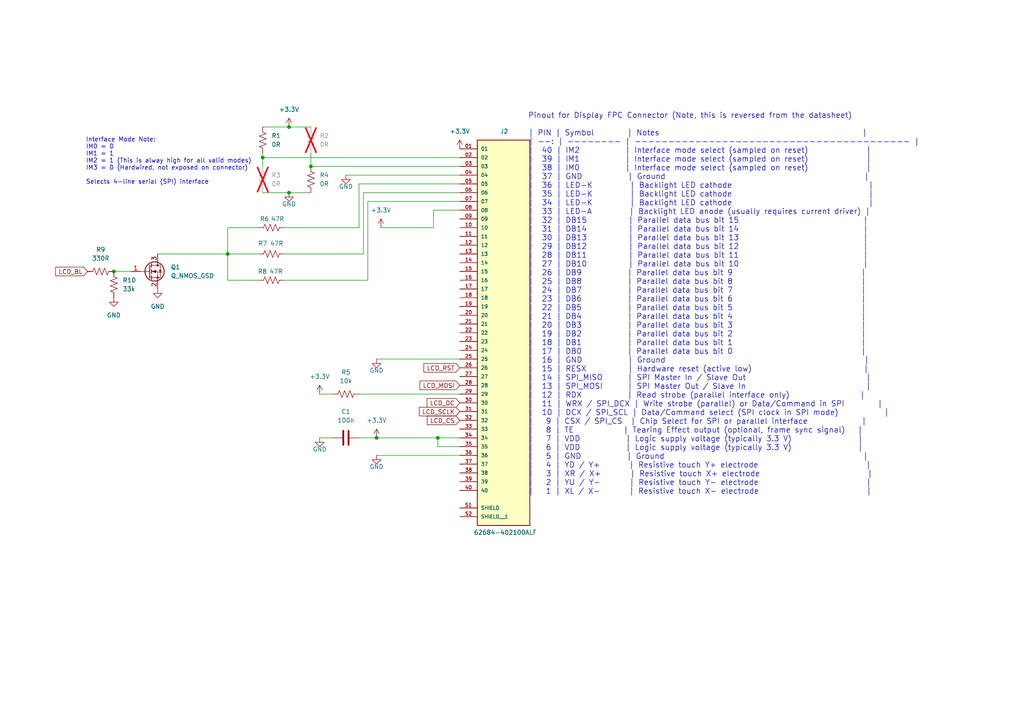
<source format=kicad_sch>
(kicad_sch
	(version 20250114)
	(generator "eeschema")
	(generator_version "9.0")
	(uuid "2a33cf57-5470-4fbc-bd5a-24844b10b99b")
	(paper "A4")
	(lib_symbols
		(symbol "Device:C"
			(pin_numbers
				(hide yes)
			)
			(pin_names
				(offset 0.254)
			)
			(exclude_from_sim no)
			(in_bom yes)
			(on_board yes)
			(property "Reference" "C"
				(at 0.635 2.54 0)
				(effects
					(font
						(size 1.27 1.27)
					)
					(justify left)
				)
			)
			(property "Value" "C"
				(at 0.635 -2.54 0)
				(effects
					(font
						(size 1.27 1.27)
					)
					(justify left)
				)
			)
			(property "Footprint" ""
				(at 0.9652 -3.81 0)
				(effects
					(font
						(size 1.27 1.27)
					)
					(hide yes)
				)
			)
			(property "Datasheet" "~"
				(at 0 0 0)
				(effects
					(font
						(size 1.27 1.27)
					)
					(hide yes)
				)
			)
			(property "Description" "Unpolarized capacitor"
				(at 0 0 0)
				(effects
					(font
						(size 1.27 1.27)
					)
					(hide yes)
				)
			)
			(property "ki_keywords" "cap capacitor"
				(at 0 0 0)
				(effects
					(font
						(size 1.27 1.27)
					)
					(hide yes)
				)
			)
			(property "ki_fp_filters" "C_*"
				(at 0 0 0)
				(effects
					(font
						(size 1.27 1.27)
					)
					(hide yes)
				)
			)
			(symbol "C_0_1"
				(polyline
					(pts
						(xy -2.032 0.762) (xy 2.032 0.762)
					)
					(stroke
						(width 0.508)
						(type default)
					)
					(fill
						(type none)
					)
				)
				(polyline
					(pts
						(xy -2.032 -0.762) (xy 2.032 -0.762)
					)
					(stroke
						(width 0.508)
						(type default)
					)
					(fill
						(type none)
					)
				)
			)
			(symbol "C_1_1"
				(pin passive line
					(at 0 3.81 270)
					(length 2.794)
					(name "~"
						(effects
							(font
								(size 1.27 1.27)
							)
						)
					)
					(number "1"
						(effects
							(font
								(size 1.27 1.27)
							)
						)
					)
				)
				(pin passive line
					(at 0 -3.81 90)
					(length 2.794)
					(name "~"
						(effects
							(font
								(size 1.27 1.27)
							)
						)
					)
					(number "2"
						(effects
							(font
								(size 1.27 1.27)
							)
						)
					)
				)
			)
			(embedded_fonts no)
		)
		(symbol "Device:R_US"
			(pin_numbers
				(hide yes)
			)
			(pin_names
				(offset 0)
			)
			(exclude_from_sim no)
			(in_bom yes)
			(on_board yes)
			(property "Reference" "R"
				(at 2.54 0 90)
				(effects
					(font
						(size 1.27 1.27)
					)
				)
			)
			(property "Value" "R_US"
				(at -2.54 0 90)
				(effects
					(font
						(size 1.27 1.27)
					)
				)
			)
			(property "Footprint" ""
				(at 1.016 -0.254 90)
				(effects
					(font
						(size 1.27 1.27)
					)
					(hide yes)
				)
			)
			(property "Datasheet" "~"
				(at 0 0 0)
				(effects
					(font
						(size 1.27 1.27)
					)
					(hide yes)
				)
			)
			(property "Description" "Resistor, US symbol"
				(at 0 0 0)
				(effects
					(font
						(size 1.27 1.27)
					)
					(hide yes)
				)
			)
			(property "ki_keywords" "R res resistor"
				(at 0 0 0)
				(effects
					(font
						(size 1.27 1.27)
					)
					(hide yes)
				)
			)
			(property "ki_fp_filters" "R_*"
				(at 0 0 0)
				(effects
					(font
						(size 1.27 1.27)
					)
					(hide yes)
				)
			)
			(symbol "R_US_0_1"
				(polyline
					(pts
						(xy 0 2.286) (xy 0 2.54)
					)
					(stroke
						(width 0)
						(type default)
					)
					(fill
						(type none)
					)
				)
				(polyline
					(pts
						(xy 0 2.286) (xy 1.016 1.905) (xy 0 1.524) (xy -1.016 1.143) (xy 0 0.762)
					)
					(stroke
						(width 0)
						(type default)
					)
					(fill
						(type none)
					)
				)
				(polyline
					(pts
						(xy 0 0.762) (xy 1.016 0.381) (xy 0 0) (xy -1.016 -0.381) (xy 0 -0.762)
					)
					(stroke
						(width 0)
						(type default)
					)
					(fill
						(type none)
					)
				)
				(polyline
					(pts
						(xy 0 -0.762) (xy 1.016 -1.143) (xy 0 -1.524) (xy -1.016 -1.905) (xy 0 -2.286)
					)
					(stroke
						(width 0)
						(type default)
					)
					(fill
						(type none)
					)
				)
				(polyline
					(pts
						(xy 0 -2.286) (xy 0 -2.54)
					)
					(stroke
						(width 0)
						(type default)
					)
					(fill
						(type none)
					)
				)
			)
			(symbol "R_US_1_1"
				(pin passive line
					(at 0 3.81 270)
					(length 1.27)
					(name "~"
						(effects
							(font
								(size 1.27 1.27)
							)
						)
					)
					(number "1"
						(effects
							(font
								(size 1.27 1.27)
							)
						)
					)
				)
				(pin passive line
					(at 0 -3.81 90)
					(length 1.27)
					(name "~"
						(effects
							(font
								(size 1.27 1.27)
							)
						)
					)
					(number "2"
						(effects
							(font
								(size 1.27 1.27)
							)
						)
					)
				)
			)
			(embedded_fonts no)
		)
		(symbol "Seedsigner-plus-library:62684-402100ALF"
			(pin_names
				(offset 1.016)
			)
			(exclude_from_sim no)
			(in_bom yes)
			(on_board yes)
			(property "Reference" "J"
				(at -7.62 56.134 0)
				(effects
					(font
						(size 1.27 1.27)
					)
					(justify left bottom)
				)
			)
			(property "Value" "62684-402100ALF"
				(at -7.62 -58.42 0)
				(effects
					(font
						(size 1.27 1.27)
					)
					(justify left bottom)
				)
			)
			(property "Footprint" "62684-402100ALF:AMPHENOL_62684-402100ALF"
				(at 0 0 0)
				(effects
					(font
						(size 1.27 1.27)
					)
					(justify bottom)
					(hide yes)
				)
			)
			(property "Datasheet" ""
				(at 0 0 0)
				(effects
					(font
						(size 1.27 1.27)
					)
					(hide yes)
				)
			)
			(property "Description" ""
				(at 0 0 0)
				(effects
					(font
						(size 1.27 1.27)
					)
					(hide yes)
				)
			)
			(property "PARTREV" "AK"
				(at 0 0 0)
				(effects
					(font
						(size 1.27 1.27)
					)
					(justify bottom)
					(hide yes)
				)
			)
			(property "STANDARD" "Manufacturer Recommendations"
				(at 0 0 0)
				(effects
					(font
						(size 1.27 1.27)
					)
					(justify bottom)
					(hide yes)
				)
			)
			(property "MAXIMUM_PACKAGE_HEIGHT" "2.00mm"
				(at 0 0 0)
				(effects
					(font
						(size 1.27 1.27)
					)
					(justify bottom)
					(hide yes)
				)
			)
			(property "MANUFACTURER" "Amphenol"
				(at 0 0 0)
				(effects
					(font
						(size 1.27 1.27)
					)
					(justify bottom)
					(hide yes)
				)
			)
			(symbol "62684-402100ALF_0_0"
				(rectangle
					(start -7.62 -55.88)
					(end 7.62 55.88)
					(stroke
						(width 0.254)
						(type default)
					)
					(fill
						(type background)
					)
				)
				(pin passive line
					(at -12.7 53.34 0)
					(length 5.08)
					(name "01"
						(effects
							(font
								(size 1.016 1.016)
							)
						)
					)
					(number "01"
						(effects
							(font
								(size 1.016 1.016)
							)
						)
					)
				)
				(pin passive line
					(at -12.7 50.8 0)
					(length 5.08)
					(name "02"
						(effects
							(font
								(size 1.016 1.016)
							)
						)
					)
					(number "02"
						(effects
							(font
								(size 1.016 1.016)
							)
						)
					)
				)
				(pin passive line
					(at -12.7 48.26 0)
					(length 5.08)
					(name "03"
						(effects
							(font
								(size 1.016 1.016)
							)
						)
					)
					(number "03"
						(effects
							(font
								(size 1.016 1.016)
							)
						)
					)
				)
				(pin passive line
					(at -12.7 45.72 0)
					(length 5.08)
					(name "04"
						(effects
							(font
								(size 1.016 1.016)
							)
						)
					)
					(number "04"
						(effects
							(font
								(size 1.016 1.016)
							)
						)
					)
				)
				(pin passive line
					(at -12.7 43.18 0)
					(length 5.08)
					(name "05"
						(effects
							(font
								(size 1.016 1.016)
							)
						)
					)
					(number "05"
						(effects
							(font
								(size 1.016 1.016)
							)
						)
					)
				)
				(pin passive line
					(at -12.7 40.64 0)
					(length 5.08)
					(name "06"
						(effects
							(font
								(size 1.016 1.016)
							)
						)
					)
					(number "06"
						(effects
							(font
								(size 1.016 1.016)
							)
						)
					)
				)
				(pin passive line
					(at -12.7 38.1 0)
					(length 5.08)
					(name "07"
						(effects
							(font
								(size 1.016 1.016)
							)
						)
					)
					(number "07"
						(effects
							(font
								(size 1.016 1.016)
							)
						)
					)
				)
				(pin passive line
					(at -12.7 35.56 0)
					(length 5.08)
					(name "08"
						(effects
							(font
								(size 1.016 1.016)
							)
						)
					)
					(number "08"
						(effects
							(font
								(size 1.016 1.016)
							)
						)
					)
				)
				(pin passive line
					(at -12.7 33.02 0)
					(length 5.08)
					(name "09"
						(effects
							(font
								(size 1.016 1.016)
							)
						)
					)
					(number "09"
						(effects
							(font
								(size 1.016 1.016)
							)
						)
					)
				)
				(pin passive line
					(at -12.7 30.48 0)
					(length 5.08)
					(name "10"
						(effects
							(font
								(size 1.016 1.016)
							)
						)
					)
					(number "10"
						(effects
							(font
								(size 1.016 1.016)
							)
						)
					)
				)
				(pin passive line
					(at -12.7 27.94 0)
					(length 5.08)
					(name "11"
						(effects
							(font
								(size 1.016 1.016)
							)
						)
					)
					(number "11"
						(effects
							(font
								(size 1.016 1.016)
							)
						)
					)
				)
				(pin passive line
					(at -12.7 25.4 0)
					(length 5.08)
					(name "12"
						(effects
							(font
								(size 1.016 1.016)
							)
						)
					)
					(number "12"
						(effects
							(font
								(size 1.016 1.016)
							)
						)
					)
				)
				(pin passive line
					(at -12.7 22.86 0)
					(length 5.08)
					(name "13"
						(effects
							(font
								(size 1.016 1.016)
							)
						)
					)
					(number "13"
						(effects
							(font
								(size 1.016 1.016)
							)
						)
					)
				)
				(pin passive line
					(at -12.7 20.32 0)
					(length 5.08)
					(name "14"
						(effects
							(font
								(size 1.016 1.016)
							)
						)
					)
					(number "14"
						(effects
							(font
								(size 1.016 1.016)
							)
						)
					)
				)
				(pin passive line
					(at -12.7 17.78 0)
					(length 5.08)
					(name "15"
						(effects
							(font
								(size 1.016 1.016)
							)
						)
					)
					(number "15"
						(effects
							(font
								(size 1.016 1.016)
							)
						)
					)
				)
				(pin passive line
					(at -12.7 15.24 0)
					(length 5.08)
					(name "16"
						(effects
							(font
								(size 1.016 1.016)
							)
						)
					)
					(number "16"
						(effects
							(font
								(size 1.016 1.016)
							)
						)
					)
				)
				(pin passive line
					(at -12.7 12.7 0)
					(length 5.08)
					(name "17"
						(effects
							(font
								(size 1.016 1.016)
							)
						)
					)
					(number "17"
						(effects
							(font
								(size 1.016 1.016)
							)
						)
					)
				)
				(pin passive line
					(at -12.7 10.16 0)
					(length 5.08)
					(name "18"
						(effects
							(font
								(size 1.016 1.016)
							)
						)
					)
					(number "18"
						(effects
							(font
								(size 1.016 1.016)
							)
						)
					)
				)
				(pin passive line
					(at -12.7 7.62 0)
					(length 5.08)
					(name "19"
						(effects
							(font
								(size 1.016 1.016)
							)
						)
					)
					(number "19"
						(effects
							(font
								(size 1.016 1.016)
							)
						)
					)
				)
				(pin passive line
					(at -12.7 5.08 0)
					(length 5.08)
					(name "20"
						(effects
							(font
								(size 1.016 1.016)
							)
						)
					)
					(number "20"
						(effects
							(font
								(size 1.016 1.016)
							)
						)
					)
				)
				(pin passive line
					(at -12.7 2.54 0)
					(length 5.08)
					(name "21"
						(effects
							(font
								(size 1.016 1.016)
							)
						)
					)
					(number "21"
						(effects
							(font
								(size 1.016 1.016)
							)
						)
					)
				)
				(pin passive line
					(at -12.7 0 0)
					(length 5.08)
					(name "22"
						(effects
							(font
								(size 1.016 1.016)
							)
						)
					)
					(number "22"
						(effects
							(font
								(size 1.016 1.016)
							)
						)
					)
				)
				(pin passive line
					(at -12.7 -2.54 0)
					(length 5.08)
					(name "23"
						(effects
							(font
								(size 1.016 1.016)
							)
						)
					)
					(number "23"
						(effects
							(font
								(size 1.016 1.016)
							)
						)
					)
				)
				(pin passive line
					(at -12.7 -5.08 0)
					(length 5.08)
					(name "24"
						(effects
							(font
								(size 1.016 1.016)
							)
						)
					)
					(number "24"
						(effects
							(font
								(size 1.016 1.016)
							)
						)
					)
				)
				(pin passive line
					(at -12.7 -7.62 0)
					(length 5.08)
					(name "25"
						(effects
							(font
								(size 1.016 1.016)
							)
						)
					)
					(number "25"
						(effects
							(font
								(size 1.016 1.016)
							)
						)
					)
				)
				(pin passive line
					(at -12.7 -10.16 0)
					(length 5.08)
					(name "26"
						(effects
							(font
								(size 1.016 1.016)
							)
						)
					)
					(number "26"
						(effects
							(font
								(size 1.016 1.016)
							)
						)
					)
				)
				(pin passive line
					(at -12.7 -12.7 0)
					(length 5.08)
					(name "27"
						(effects
							(font
								(size 1.016 1.016)
							)
						)
					)
					(number "27"
						(effects
							(font
								(size 1.016 1.016)
							)
						)
					)
				)
				(pin passive line
					(at -12.7 -15.24 0)
					(length 5.08)
					(name "28"
						(effects
							(font
								(size 1.016 1.016)
							)
						)
					)
					(number "28"
						(effects
							(font
								(size 1.016 1.016)
							)
						)
					)
				)
				(pin passive line
					(at -12.7 -17.78 0)
					(length 5.08)
					(name "29"
						(effects
							(font
								(size 1.016 1.016)
							)
						)
					)
					(number "29"
						(effects
							(font
								(size 1.016 1.016)
							)
						)
					)
				)
				(pin passive line
					(at -12.7 -20.32 0)
					(length 5.08)
					(name "30"
						(effects
							(font
								(size 1.016 1.016)
							)
						)
					)
					(number "30"
						(effects
							(font
								(size 1.016 1.016)
							)
						)
					)
				)
				(pin passive line
					(at -12.7 -22.86 0)
					(length 5.08)
					(name "31"
						(effects
							(font
								(size 1.016 1.016)
							)
						)
					)
					(number "31"
						(effects
							(font
								(size 1.016 1.016)
							)
						)
					)
				)
				(pin passive line
					(at -12.7 -25.4 0)
					(length 5.08)
					(name "32"
						(effects
							(font
								(size 1.016 1.016)
							)
						)
					)
					(number "32"
						(effects
							(font
								(size 1.016 1.016)
							)
						)
					)
				)
				(pin passive line
					(at -12.7 -27.94 0)
					(length 5.08)
					(name "33"
						(effects
							(font
								(size 1.016 1.016)
							)
						)
					)
					(number "33"
						(effects
							(font
								(size 1.016 1.016)
							)
						)
					)
				)
				(pin passive line
					(at -12.7 -30.48 0)
					(length 5.08)
					(name "34"
						(effects
							(font
								(size 1.016 1.016)
							)
						)
					)
					(number "34"
						(effects
							(font
								(size 1.016 1.016)
							)
						)
					)
				)
				(pin passive line
					(at -12.7 -33.02 0)
					(length 5.08)
					(name "35"
						(effects
							(font
								(size 1.016 1.016)
							)
						)
					)
					(number "35"
						(effects
							(font
								(size 1.016 1.016)
							)
						)
					)
				)
				(pin passive line
					(at -12.7 -35.56 0)
					(length 5.08)
					(name "36"
						(effects
							(font
								(size 1.016 1.016)
							)
						)
					)
					(number "36"
						(effects
							(font
								(size 1.016 1.016)
							)
						)
					)
				)
				(pin passive line
					(at -12.7 -38.1 0)
					(length 5.08)
					(name "37"
						(effects
							(font
								(size 1.016 1.016)
							)
						)
					)
					(number "37"
						(effects
							(font
								(size 1.016 1.016)
							)
						)
					)
				)
				(pin passive line
					(at -12.7 -40.64 0)
					(length 5.08)
					(name "38"
						(effects
							(font
								(size 1.016 1.016)
							)
						)
					)
					(number "38"
						(effects
							(font
								(size 1.016 1.016)
							)
						)
					)
				)
				(pin passive line
					(at -12.7 -43.18 0)
					(length 5.08)
					(name "39"
						(effects
							(font
								(size 1.016 1.016)
							)
						)
					)
					(number "39"
						(effects
							(font
								(size 1.016 1.016)
							)
						)
					)
				)
				(pin passive line
					(at -12.7 -45.72 0)
					(length 5.08)
					(name "40"
						(effects
							(font
								(size 1.016 1.016)
							)
						)
					)
					(number "40"
						(effects
							(font
								(size 1.016 1.016)
							)
						)
					)
				)
				(pin passive line
					(at -12.7 -50.8 0)
					(length 5.08)
					(name "SHIELD"
						(effects
							(font
								(size 1.016 1.016)
							)
						)
					)
					(number "S1"
						(effects
							(font
								(size 1.016 1.016)
							)
						)
					)
				)
				(pin passive line
					(at -12.7 -53.34 0)
					(length 5.08)
					(name "SHIELD__1"
						(effects
							(font
								(size 1.016 1.016)
							)
						)
					)
					(number "S2"
						(effects
							(font
								(size 1.016 1.016)
							)
						)
					)
				)
			)
			(embedded_fonts no)
		)
		(symbol "Transistor_FET:Q_NMOS_GSD"
			(pin_names
				(offset 0)
				(hide yes)
			)
			(exclude_from_sim no)
			(in_bom yes)
			(on_board yes)
			(property "Reference" "Q"
				(at 5.08 1.905 0)
				(effects
					(font
						(size 1.27 1.27)
					)
					(justify left)
				)
			)
			(property "Value" "Q_NMOS_GSD"
				(at 5.08 0 0)
				(effects
					(font
						(size 1.27 1.27)
					)
					(justify left)
				)
			)
			(property "Footprint" ""
				(at 5.08 2.54 0)
				(effects
					(font
						(size 1.27 1.27)
					)
					(hide yes)
				)
			)
			(property "Datasheet" "~"
				(at 0 0 0)
				(effects
					(font
						(size 1.27 1.27)
					)
					(hide yes)
				)
			)
			(property "Description" "N-MOSFET transistor, gate/source/drain"
				(at 0 0 0)
				(effects
					(font
						(size 1.27 1.27)
					)
					(hide yes)
				)
			)
			(property "ki_keywords" "transistor NMOS N-MOS N-MOSFET"
				(at 0 0 0)
				(effects
					(font
						(size 1.27 1.27)
					)
					(hide yes)
				)
			)
			(symbol "Q_NMOS_GSD_0_1"
				(polyline
					(pts
						(xy 0.254 1.905) (xy 0.254 -1.905)
					)
					(stroke
						(width 0.254)
						(type default)
					)
					(fill
						(type none)
					)
				)
				(polyline
					(pts
						(xy 0.254 0) (xy -2.54 0)
					)
					(stroke
						(width 0)
						(type default)
					)
					(fill
						(type none)
					)
				)
				(polyline
					(pts
						(xy 0.762 2.286) (xy 0.762 1.27)
					)
					(stroke
						(width 0.254)
						(type default)
					)
					(fill
						(type none)
					)
				)
				(polyline
					(pts
						(xy 0.762 0.508) (xy 0.762 -0.508)
					)
					(stroke
						(width 0.254)
						(type default)
					)
					(fill
						(type none)
					)
				)
				(polyline
					(pts
						(xy 0.762 -1.27) (xy 0.762 -2.286)
					)
					(stroke
						(width 0.254)
						(type default)
					)
					(fill
						(type none)
					)
				)
				(polyline
					(pts
						(xy 0.762 -1.778) (xy 3.302 -1.778) (xy 3.302 1.778) (xy 0.762 1.778)
					)
					(stroke
						(width 0)
						(type default)
					)
					(fill
						(type none)
					)
				)
				(polyline
					(pts
						(xy 1.016 0) (xy 2.032 0.381) (xy 2.032 -0.381) (xy 1.016 0)
					)
					(stroke
						(width 0)
						(type default)
					)
					(fill
						(type outline)
					)
				)
				(circle
					(center 1.651 0)
					(radius 2.794)
					(stroke
						(width 0.254)
						(type default)
					)
					(fill
						(type none)
					)
				)
				(polyline
					(pts
						(xy 2.54 2.54) (xy 2.54 1.778)
					)
					(stroke
						(width 0)
						(type default)
					)
					(fill
						(type none)
					)
				)
				(circle
					(center 2.54 1.778)
					(radius 0.254)
					(stroke
						(width 0)
						(type default)
					)
					(fill
						(type outline)
					)
				)
				(circle
					(center 2.54 -1.778)
					(radius 0.254)
					(stroke
						(width 0)
						(type default)
					)
					(fill
						(type outline)
					)
				)
				(polyline
					(pts
						(xy 2.54 -2.54) (xy 2.54 0) (xy 0.762 0)
					)
					(stroke
						(width 0)
						(type default)
					)
					(fill
						(type none)
					)
				)
				(polyline
					(pts
						(xy 2.921 0.381) (xy 3.683 0.381)
					)
					(stroke
						(width 0)
						(type default)
					)
					(fill
						(type none)
					)
				)
				(polyline
					(pts
						(xy 3.302 0.381) (xy 2.921 -0.254) (xy 3.683 -0.254) (xy 3.302 0.381)
					)
					(stroke
						(width 0)
						(type default)
					)
					(fill
						(type none)
					)
				)
			)
			(symbol "Q_NMOS_GSD_1_1"
				(pin input line
					(at -5.08 0 0)
					(length 2.54)
					(name "G"
						(effects
							(font
								(size 1.27 1.27)
							)
						)
					)
					(number "1"
						(effects
							(font
								(size 1.27 1.27)
							)
						)
					)
				)
				(pin passive line
					(at 2.54 5.08 270)
					(length 2.54)
					(name "D"
						(effects
							(font
								(size 1.27 1.27)
							)
						)
					)
					(number "3"
						(effects
							(font
								(size 1.27 1.27)
							)
						)
					)
				)
				(pin passive line
					(at 2.54 -5.08 90)
					(length 2.54)
					(name "S"
						(effects
							(font
								(size 1.27 1.27)
							)
						)
					)
					(number "2"
						(effects
							(font
								(size 1.27 1.27)
							)
						)
					)
				)
			)
			(embedded_fonts no)
		)
		(symbol "power:+3.3V"
			(power)
			(pin_numbers
				(hide yes)
			)
			(pin_names
				(offset 0)
				(hide yes)
			)
			(exclude_from_sim no)
			(in_bom yes)
			(on_board yes)
			(property "Reference" "#PWR"
				(at 0 -3.81 0)
				(effects
					(font
						(size 1.27 1.27)
					)
					(hide yes)
				)
			)
			(property "Value" "+3.3V"
				(at 0 3.556 0)
				(effects
					(font
						(size 1.27 1.27)
					)
				)
			)
			(property "Footprint" ""
				(at 0 0 0)
				(effects
					(font
						(size 1.27 1.27)
					)
					(hide yes)
				)
			)
			(property "Datasheet" ""
				(at 0 0 0)
				(effects
					(font
						(size 1.27 1.27)
					)
					(hide yes)
				)
			)
			(property "Description" "Power symbol creates a global label with name \"+3.3V\""
				(at 0 0 0)
				(effects
					(font
						(size 1.27 1.27)
					)
					(hide yes)
				)
			)
			(property "ki_keywords" "global power"
				(at 0 0 0)
				(effects
					(font
						(size 1.27 1.27)
					)
					(hide yes)
				)
			)
			(symbol "+3.3V_0_1"
				(polyline
					(pts
						(xy -0.762 1.27) (xy 0 2.54)
					)
					(stroke
						(width 0)
						(type default)
					)
					(fill
						(type none)
					)
				)
				(polyline
					(pts
						(xy 0 2.54) (xy 0.762 1.27)
					)
					(stroke
						(width 0)
						(type default)
					)
					(fill
						(type none)
					)
				)
				(polyline
					(pts
						(xy 0 0) (xy 0 2.54)
					)
					(stroke
						(width 0)
						(type default)
					)
					(fill
						(type none)
					)
				)
			)
			(symbol "+3.3V_1_1"
				(pin power_in line
					(at 0 0 90)
					(length 0)
					(name "~"
						(effects
							(font
								(size 1.27 1.27)
							)
						)
					)
					(number "1"
						(effects
							(font
								(size 1.27 1.27)
							)
						)
					)
				)
			)
			(embedded_fonts no)
		)
		(symbol "power:GND"
			(power)
			(pin_numbers
				(hide yes)
			)
			(pin_names
				(offset 0)
				(hide yes)
			)
			(exclude_from_sim no)
			(in_bom yes)
			(on_board yes)
			(property "Reference" "#PWR"
				(at 0 -6.35 0)
				(effects
					(font
						(size 1.27 1.27)
					)
					(hide yes)
				)
			)
			(property "Value" "GND"
				(at 0 -3.81 0)
				(effects
					(font
						(size 1.27 1.27)
					)
				)
			)
			(property "Footprint" ""
				(at 0 0 0)
				(effects
					(font
						(size 1.27 1.27)
					)
					(hide yes)
				)
			)
			(property "Datasheet" ""
				(at 0 0 0)
				(effects
					(font
						(size 1.27 1.27)
					)
					(hide yes)
				)
			)
			(property "Description" "Power symbol creates a global label with name \"GND\" , ground"
				(at 0 0 0)
				(effects
					(font
						(size 1.27 1.27)
					)
					(hide yes)
				)
			)
			(property "ki_keywords" "global power"
				(at 0 0 0)
				(effects
					(font
						(size 1.27 1.27)
					)
					(hide yes)
				)
			)
			(symbol "GND_0_1"
				(polyline
					(pts
						(xy 0 0) (xy 0 -1.27) (xy 1.27 -1.27) (xy 0 -2.54) (xy -1.27 -1.27) (xy 0 -1.27)
					)
					(stroke
						(width 0)
						(type default)
					)
					(fill
						(type none)
					)
				)
			)
			(symbol "GND_1_1"
				(pin power_in line
					(at 0 0 270)
					(length 0)
					(name "~"
						(effects
							(font
								(size 1.27 1.27)
							)
						)
					)
					(number "1"
						(effects
							(font
								(size 1.27 1.27)
							)
						)
					)
				)
			)
			(embedded_fonts no)
		)
	)
	(text "Pinout for Display FPC Connector (Note, this is reversed from the datasheet)\n\n| PIN | Symbol        | Notes                                                 |\n| --: | -------- | ----------------------------------------- |\n|  40 | IM2           | Interface mode select (sampled on reset)              |\n|  39 | IM1           | Interface mode select (sampled on reset)              |\n|  38 | IM0           | Interface mode select (sampled on reset)              |\n|  37 | GND           | Ground                                                |\n|  36 | LED-K         | Backlight LED cathode                                 |\n|  35 | LED-K         | Backlight LED cathode                                 |\n|  34 | LED-K         | Backlight LED cathode                                 |\n|  33 | LED-A         | Backlight LED anode (usually requires current driver) |\n|  32 | DB15          | Parallel data bus bit 15                              |\n|  31 | DB14          | Parallel data bus bit 14                              |\n|  30 | DB13          | Parallel data bus bit 13                              |\n|  29 | DB12          | Parallel data bus bit 12                              |\n|  28 | DB11          | Parallel data bus bit 11                              |\n|  27 | DB10          | Parallel data bus bit 10                              |\n|  26 | DB9           | Parallel data bus bit 9                               |\n|  25 | DB8           | Parallel data bus bit 8                               |\n|  24 | DB7           | Parallel data bus bit 7                               |\n|  23 | DB6           | Parallel data bus bit 6                               |\n|  22 | DB5           | Parallel data bus bit 5                               |\n|  21 | DB4           | Parallel data bus bit 4                               |\n|  20 | DB3           | Parallel data bus bit 3                               |\n|  19 | DB2           | Parallel data bus bit 2                               |\n|  18 | DB1           | Parallel data bus bit 1                               |\n|  17 | DB0           | Parallel data bus bit 0                               |\n|  16 | GND           | Ground                                                |\n|  15 | RESX          | Hardware reset (active low)                           |\n|  14 | SPI_MISO      | SPI Master In / Slave Out                             |\n|  13 | SPI_MOSI      | SPI Master Out / Slave In                             |\n|  12 | RDX           | Read strobe (parallel interface only)                 |\n|  11 | WRX / SPI_DCX | Write strobe (parallel) or Data/Command in SPI        |\n|  10 | DCX / SPI_SCL | Data/Command select (SPI clock in SPI mode)           |\n|   9 | CSX / SPI_CS  | Chip Select for SPI or parallel interface             |\n|   8 | TE            | Tearing Effect output (optional, frame sync signal)   |\n|   7 | VDD           | Logic supply voltage (typically 3.3 V)                |\n|   6 | VDD           | Logic supply voltage (typically 3.3 V)                |\n|   5 | GND           | Ground                                                |\n|   4 | YD / Y+       | Resistive touch Y+ electrode                          |\n|   3 | XR / X+       | Resistive touch X+ electrode                          |\n|   2 | YU / Y−       | Resistive touch Y− electrode                          |\n|   1 | XL / X−       | Resistive touch X− electrode                          |\n"
		(exclude_from_sim no)
		(at 153.162 88.138 0)
		(effects
			(font
				(size 1.5748 1.5748)
			)
			(justify left)
		)
		(uuid "4c593920-cc37-48b5-9933-ebec8b9ac004")
	)
	(text "Interface Mode Note:\nIM0 = 0\nIM1 = 1\nIM2 = 1 (This is alway high for all valid modes)\nIM3 = 0 (Hardwired, not exposed on connector)\n\nSelects 4-line serial (SPI) interface"
		(exclude_from_sim no)
		(at 24.892 46.736 0)
		(effects
			(font
				(size 1.27 1.27)
			)
			(justify left)
		)
		(uuid "5d19b28a-2144-4857-bd3e-e04895889d3c")
	)
	(junction
		(at 90.17 48.26)
		(diameter 0)
		(color 0 0 0 0)
		(uuid "0ed553d8-6787-4cd7-9933-a97974a2e7e0")
	)
	(junction
		(at 33.02 78.74)
		(diameter 0)
		(color 0 0 0 0)
		(uuid "15a538ea-3504-4952-9318-061d42fedd8c")
	)
	(junction
		(at 76.2 45.72)
		(diameter 0)
		(color 0 0 0 0)
		(uuid "229d71c7-7ccb-4e70-9b64-b0be07d9725f")
	)
	(junction
		(at 83.82 55.88)
		(diameter 0)
		(color 0 0 0 0)
		(uuid "2b5907d1-6b0f-4bdd-9adf-e920e0212b6b")
	)
	(junction
		(at 127 127)
		(diameter 0)
		(color 0 0 0 0)
		(uuid "5d591840-5634-40a2-8e17-8f3b8b93fbb3")
	)
	(junction
		(at 109.22 127)
		(diameter 0)
		(color 0 0 0 0)
		(uuid "797cf513-67f3-4d25-b530-28820f8e3fd6")
	)
	(junction
		(at 83.82 36.83)
		(diameter 0)
		(color 0 0 0 0)
		(uuid "7f1f9960-028f-4d64-b052-bd15f04646db")
	)
	(junction
		(at 66.04 73.66)
		(diameter 0)
		(color 0 0 0 0)
		(uuid "aeec29dd-d2c5-4d83-99dc-31baaf4abdd3")
	)
	(wire
		(pts
			(xy 66.04 73.66) (xy 74.93 73.66)
		)
		(stroke
			(width 0)
			(type default)
		)
		(uuid "01f28d8d-5cd6-4c23-9c97-a3a3076fa588")
	)
	(wire
		(pts
			(xy 66.04 73.66) (xy 66.04 81.28)
		)
		(stroke
			(width 0)
			(type default)
		)
		(uuid "06623889-9060-44ae-a37b-c958c14a2918")
	)
	(wire
		(pts
			(xy 110.49 66.04) (xy 125.73 66.04)
		)
		(stroke
			(width 0)
			(type default)
		)
		(uuid "0f07c7d1-ee1a-45d0-ae36-c8debe0094cc")
	)
	(wire
		(pts
			(xy 83.82 36.83) (xy 90.17 36.83)
		)
		(stroke
			(width 0)
			(type default)
		)
		(uuid "104bbf75-f837-4a85-b4a7-eaadbd8ae654")
	)
	(wire
		(pts
			(xy 104.14 53.34) (xy 133.35 53.34)
		)
		(stroke
			(width 0)
			(type default)
		)
		(uuid "123b04b6-d353-4891-8b59-4f40aa937304")
	)
	(wire
		(pts
			(xy 66.04 81.28) (xy 74.93 81.28)
		)
		(stroke
			(width 0)
			(type default)
		)
		(uuid "2ad4869d-9b91-4a42-84ed-4bc084758c6f")
	)
	(wire
		(pts
			(xy 82.55 66.04) (xy 104.14 66.04)
		)
		(stroke
			(width 0)
			(type default)
		)
		(uuid "2e681099-31ac-4f76-bdd8-80f8e4c6ecec")
	)
	(wire
		(pts
			(xy 76.2 45.72) (xy 76.2 44.45)
		)
		(stroke
			(width 0)
			(type default)
		)
		(uuid "2e97f627-35cb-41c4-a099-a6378f7d80df")
	)
	(wire
		(pts
			(xy 106.68 58.42) (xy 106.68 81.28)
		)
		(stroke
			(width 0)
			(type default)
		)
		(uuid "3edbaff6-ca0d-4c9a-ae2f-5a4fdde89b96")
	)
	(wire
		(pts
			(xy 133.35 129.54) (xy 127 129.54)
		)
		(stroke
			(width 0)
			(type default)
		)
		(uuid "52b95cdb-9f21-46df-99b2-325a41c04170")
	)
	(wire
		(pts
			(xy 125.73 60.96) (xy 125.73 66.04)
		)
		(stroke
			(width 0)
			(type default)
		)
		(uuid "5a4c8cec-f362-4375-98fb-b0d1b194a94b")
	)
	(wire
		(pts
			(xy 76.2 55.88) (xy 83.82 55.88)
		)
		(stroke
			(width 0)
			(type default)
		)
		(uuid "5f66a931-665c-47a1-b42c-14fbfc744eb1")
	)
	(wire
		(pts
			(xy 104.14 114.3) (xy 133.35 114.3)
		)
		(stroke
			(width 0)
			(type default)
		)
		(uuid "6ff25e52-9335-4831-a731-a3256e39b38e")
	)
	(wire
		(pts
			(xy 90.17 44.45) (xy 90.17 48.26)
		)
		(stroke
			(width 0)
			(type default)
		)
		(uuid "86e054ff-b9df-4608-8ba3-09df2abf1b0c")
	)
	(wire
		(pts
			(xy 82.55 81.28) (xy 106.68 81.28)
		)
		(stroke
			(width 0)
			(type default)
		)
		(uuid "8cd41c80-ec12-45b3-a34e-12d42e56b1a0")
	)
	(wire
		(pts
			(xy 76.2 48.26) (xy 76.2 45.72)
		)
		(stroke
			(width 0)
			(type default)
		)
		(uuid "8fe64622-571c-424d-9ec6-d4eebd905e98")
	)
	(wire
		(pts
			(xy 106.68 58.42) (xy 133.35 58.42)
		)
		(stroke
			(width 0)
			(type default)
		)
		(uuid "96109ec2-faa7-472a-b011-8b9114cdce51")
	)
	(wire
		(pts
			(xy 100.33 50.8) (xy 133.35 50.8)
		)
		(stroke
			(width 0)
			(type default)
		)
		(uuid "965fd37a-bec5-40db-a3cc-6721b2228f59")
	)
	(wire
		(pts
			(xy 82.55 73.66) (xy 105.41 73.66)
		)
		(stroke
			(width 0)
			(type default)
		)
		(uuid "966ae076-275f-4501-b1b3-49a358f5d381")
	)
	(wire
		(pts
			(xy 127 129.54) (xy 127 127)
		)
		(stroke
			(width 0)
			(type default)
		)
		(uuid "a21eb4e0-c338-4c74-b520-40ab057f2665")
	)
	(wire
		(pts
			(xy 45.72 73.66) (xy 66.04 73.66)
		)
		(stroke
			(width 0)
			(type default)
		)
		(uuid "a3f7b3c8-642b-49cc-946d-961c0937a8a2")
	)
	(wire
		(pts
			(xy 109.22 132.08) (xy 133.35 132.08)
		)
		(stroke
			(width 0)
			(type default)
		)
		(uuid "ab1e15f0-ce0a-4cc5-9e2e-e6dfea94f5ae")
	)
	(wire
		(pts
			(xy 104.14 127) (xy 109.22 127)
		)
		(stroke
			(width 0)
			(type default)
		)
		(uuid "aef5ac2b-29e0-4abd-8bb4-d4f11b7be26f")
	)
	(wire
		(pts
			(xy 105.41 55.88) (xy 133.35 55.88)
		)
		(stroke
			(width 0)
			(type default)
		)
		(uuid "b92ef113-51f0-4a81-801c-60a580a3c6f6")
	)
	(wire
		(pts
			(xy 109.22 127) (xy 127 127)
		)
		(stroke
			(width 0)
			(type default)
		)
		(uuid "bbae8e49-4bb7-44f0-8a7b-23847a14ba62")
	)
	(wire
		(pts
			(xy 90.17 48.26) (xy 133.35 48.26)
		)
		(stroke
			(width 0)
			(type default)
		)
		(uuid "bdc19da9-8167-4312-a010-12d80e38e041")
	)
	(wire
		(pts
			(xy 92.71 127) (xy 96.52 127)
		)
		(stroke
			(width 0)
			(type default)
		)
		(uuid "c0097280-e508-4c64-8bce-6bafcddcd430")
	)
	(wire
		(pts
			(xy 33.02 78.74) (xy 38.1 78.74)
		)
		(stroke
			(width 0)
			(type default)
		)
		(uuid "c04cf75a-3d33-49b4-a434-58a239e852da")
	)
	(wire
		(pts
			(xy 76.2 36.83) (xy 83.82 36.83)
		)
		(stroke
			(width 0)
			(type default)
		)
		(uuid "c0f5f6f1-ab1f-494e-b697-43a5b8b29c61")
	)
	(wire
		(pts
			(xy 92.71 114.3) (xy 96.52 114.3)
		)
		(stroke
			(width 0)
			(type default)
		)
		(uuid "c74128f9-13e9-438e-b695-fa8e2f1099a8")
	)
	(wire
		(pts
			(xy 127 127) (xy 133.35 127)
		)
		(stroke
			(width 0)
			(type default)
		)
		(uuid "cb7f9c4d-ae50-4aa6-9275-90520c3bd8c5")
	)
	(wire
		(pts
			(xy 66.04 66.04) (xy 66.04 73.66)
		)
		(stroke
			(width 0)
			(type default)
		)
		(uuid "d0c55d44-f3c5-410f-9b34-6a14803f432b")
	)
	(wire
		(pts
			(xy 105.41 55.88) (xy 105.41 73.66)
		)
		(stroke
			(width 0)
			(type default)
		)
		(uuid "e0a3a979-0fba-4fdf-8a9f-c685069ced96")
	)
	(wire
		(pts
			(xy 109.22 104.14) (xy 133.35 104.14)
		)
		(stroke
			(width 0)
			(type default)
		)
		(uuid "e3e5e0e4-04fe-4322-8919-562959f428bc")
	)
	(wire
		(pts
			(xy 133.35 60.96) (xy 125.73 60.96)
		)
		(stroke
			(width 0)
			(type default)
		)
		(uuid "e5d4d9d9-66f4-4b3e-a1c2-2ff9da849bbd")
	)
	(wire
		(pts
			(xy 83.82 55.88) (xy 90.17 55.88)
		)
		(stroke
			(width 0)
			(type default)
		)
		(uuid "e855f346-1565-45c7-a6eb-c2c987c9f489")
	)
	(wire
		(pts
			(xy 104.14 53.34) (xy 104.14 66.04)
		)
		(stroke
			(width 0)
			(type default)
		)
		(uuid "ef757a85-0704-43f4-a805-8ee7c994eb90")
	)
	(wire
		(pts
			(xy 76.2 45.72) (xy 133.35 45.72)
		)
		(stroke
			(width 0)
			(type default)
		)
		(uuid "efb389f1-a298-4fe6-be01-66907f6448d8")
	)
	(wire
		(pts
			(xy 74.93 66.04) (xy 66.04 66.04)
		)
		(stroke
			(width 0)
			(type default)
		)
		(uuid "f43707af-8133-41cf-899b-9823b81b5dda")
	)
	(global_label "LCD_BL"
		(shape input)
		(at 25.4 78.74 180)
		(fields_autoplaced yes)
		(effects
			(font
				(size 1.27 1.27)
			)
			(justify right)
		)
		(uuid "3aa3025f-a7aa-42b9-9b55-107adefd6929")
		(property "Intersheetrefs" "${INTERSHEET_REFS}"
			(at 15.581 78.74 0)
			(effects
				(font
					(size 1.27 1.27)
				)
				(justify right)
				(hide yes)
			)
		)
	)
	(global_label "LCD_SCLK"
		(shape input)
		(at 133.35 119.38 180)
		(fields_autoplaced yes)
		(effects
			(font
				(size 1.27 1.27)
			)
			(justify right)
		)
		(uuid "59e2943d-20d7-426d-95cf-be56a0e8641f")
		(property "Intersheetrefs" "${INTERSHEET_REFS}"
			(at 121.0515 119.38 0)
			(effects
				(font
					(size 1.27 1.27)
				)
				(justify right)
				(hide yes)
			)
		)
	)
	(global_label "LCD_DC"
		(shape input)
		(at 133.35 116.84 180)
		(fields_autoplaced yes)
		(effects
			(font
				(size 1.27 1.27)
			)
			(justify right)
		)
		(uuid "711fba39-65a6-45ff-9a5b-ca3ea67bd306")
		(property "Intersheetrefs" "${INTERSHEET_REFS}"
			(at 123.2891 116.84 0)
			(effects
				(font
					(size 1.27 1.27)
				)
				(justify right)
				(hide yes)
			)
		)
	)
	(global_label "LCD_MOSI"
		(shape input)
		(at 133.35 111.76 180)
		(fields_autoplaced yes)
		(effects
			(font
				(size 1.27 1.27)
			)
			(justify right)
		)
		(uuid "ca63a053-bcfb-4005-a9c9-e5c50686ae80")
		(property "Intersheetrefs" "${INTERSHEET_REFS}"
			(at 121.2329 111.76 0)
			(effects
				(font
					(size 1.27 1.27)
				)
				(justify right)
				(hide yes)
			)
		)
	)
	(global_label "LCD_CS"
		(shape input)
		(at 133.35 121.92 180)
		(fields_autoplaced yes)
		(effects
			(font
				(size 1.27 1.27)
			)
			(justify right)
		)
		(uuid "e0bf59ec-d114-47de-8d90-f5a60d54a81f")
		(property "Intersheetrefs" "${INTERSHEET_REFS}"
			(at 123.3496 121.92 0)
			(effects
				(font
					(size 1.27 1.27)
				)
				(justify right)
				(hide yes)
			)
		)
	)
	(global_label "LCD_RST"
		(shape input)
		(at 133.35 106.68 180)
		(fields_autoplaced yes)
		(effects
			(font
				(size 1.27 1.27)
			)
			(justify right)
		)
		(uuid "e6a3a021-c3d2-42d5-b540-453d78b017b9")
		(property "Intersheetrefs" "${INTERSHEET_REFS}"
			(at 122.382 106.68 0)
			(effects
				(font
					(size 1.27 1.27)
				)
				(justify right)
				(hide yes)
			)
		)
	)
	(symbol
		(lib_id "Device:R_US")
		(at 76.2 40.64 180)
		(unit 1)
		(exclude_from_sim no)
		(in_bom yes)
		(on_board yes)
		(dnp no)
		(fields_autoplaced yes)
		(uuid "2f5d6a25-d8d9-49fd-bbc5-a324cd545ce3")
		(property "Reference" "R1"
			(at 78.74 39.3699 0)
			(effects
				(font
					(size 1.27 1.27)
				)
				(justify right)
			)
		)
		(property "Value" "0R"
			(at 78.74 41.9099 0)
			(effects
				(font
					(size 1.27 1.27)
				)
				(justify right)
			)
		)
		(property "Footprint" "Resistor_SMD:R_0805_2012Metric_Pad1.20x1.40mm_HandSolder"
			(at 75.184 40.386 90)
			(effects
				(font
					(size 1.27 1.27)
				)
				(hide yes)
			)
		)
		(property "Datasheet" "~"
			(at 76.2 40.64 0)
			(effects
				(font
					(size 1.27 1.27)
				)
				(hide yes)
			)
		)
		(property "Description" "Resistor, US symbol"
			(at 76.2 40.64 0)
			(effects
				(font
					(size 1.27 1.27)
				)
				(hide yes)
			)
		)
		(pin "2"
			(uuid "d5eb578d-4777-421f-ba1a-8d5501f7bda2")
		)
		(pin "1"
			(uuid "13eabbe1-9e44-4628-9ccc-2a5738507e41")
		)
		(instances
			(project "SeedSigner-Plus"
				(path "/8c9c54c8-0cfa-43ef-b1ba-3cda1bca877f/85d69276-db74-407d-b0d0-4d21c866381e"
					(reference "R1")
					(unit 1)
				)
			)
		)
	)
	(symbol
		(lib_id "Seedsigner-plus-library:62684-402100ALF")
		(at 146.05 96.52 0)
		(unit 1)
		(exclude_from_sim no)
		(in_bom yes)
		(on_board yes)
		(dnp no)
		(uuid "33e11224-4392-41cd-95b8-325b9240e836")
		(property "Reference" "J2"
			(at 145.034 38.1 0)
			(effects
				(font
					(size 1.27 1.27)
				)
				(justify left)
			)
		)
		(property "Value" "62684-402100ALF"
			(at 137.414 154.432 0)
			(effects
				(font
					(size 1.27 1.27)
				)
				(justify left)
			)
		)
		(property "Footprint" "Seedsigner-plus-library:AMPHENOL_62684-402100ALF"
			(at 146.05 96.52 0)
			(effects
				(font
					(size 1.27 1.27)
				)
				(justify bottom)
				(hide yes)
			)
		)
		(property "Datasheet" ""
			(at 146.05 96.52 0)
			(effects
				(font
					(size 1.27 1.27)
				)
				(hide yes)
			)
		)
		(property "Description" ""
			(at 146.05 96.52 0)
			(effects
				(font
					(size 1.27 1.27)
				)
				(hide yes)
			)
		)
		(property "PARTREV" "AK"
			(at 146.05 96.52 0)
			(effects
				(font
					(size 1.27 1.27)
				)
				(justify bottom)
				(hide yes)
			)
		)
		(property "STANDARD" "Manufacturer Recommendations"
			(at 146.05 96.52 0)
			(effects
				(font
					(size 1.27 1.27)
				)
				(justify bottom)
				(hide yes)
			)
		)
		(property "MAXIMUM_PACKAGE_HEIGHT" "2.00mm"
			(at 146.05 96.52 0)
			(effects
				(font
					(size 1.27 1.27)
				)
				(justify bottom)
				(hide yes)
			)
		)
		(property "MANUFACTURER" "Amphenol"
			(at 146.05 96.52 0)
			(effects
				(font
					(size 1.27 1.27)
				)
				(justify bottom)
				(hide yes)
			)
		)
		(pin "03"
			(uuid "5b1c0c12-9ee0-4aff-8533-db2f599ea4d5")
		)
		(pin "04"
			(uuid "93a39c26-2241-44d3-9cb5-8ef913b3f0e9")
		)
		(pin "08"
			(uuid "c3731f59-8c2f-44d1-93a6-87828ff3bb4a")
		)
		(pin "02"
			(uuid "a6ee8c66-ce29-4cde-ba8e-1104542ef63f")
		)
		(pin "07"
			(uuid "4888ae98-7599-4d90-9501-eddd27f61a5b")
		)
		(pin "09"
			(uuid "e82e28c8-722e-4bfd-a459-5b1ffb7ea4c5")
		)
		(pin "06"
			(uuid "dad0d410-b7d0-4cef-b0ae-002e847f7e7b")
		)
		(pin "05"
			(uuid "f26494cf-c271-436f-9a54-012091402c9c")
		)
		(pin "12"
			(uuid "18a0520e-f22e-4170-ba61-c6037f802721")
		)
		(pin "14"
			(uuid "48f7d162-0a14-4a3a-a1cb-8c94d207a440")
		)
		(pin "11"
			(uuid "c3e5e9be-aba1-442c-aab3-b348228ac0ff")
		)
		(pin "10"
			(uuid "b19753d8-0e0e-4a6e-8ef5-0db35735fa5b")
		)
		(pin "15"
			(uuid "3384b081-b41c-4a99-91dc-449ef04de257")
		)
		(pin "13"
			(uuid "cb2a45ea-90ff-447f-9cf2-6f4b2c97ed6a")
		)
		(pin "01"
			(uuid "ab521640-8ea2-4331-ae91-fa8112f0dc78")
		)
		(pin "16"
			(uuid "217264d9-8106-45fd-88f9-0d256887cf08")
		)
		(pin "38"
			(uuid "bd93daf7-6859-402e-9c5d-51e1448fe604")
		)
		(pin "28"
			(uuid "60c725e3-9679-4a2b-aaca-af8b144411af")
		)
		(pin "29"
			(uuid "064960d3-3824-4509-8d53-413d770e1384")
		)
		(pin "17"
			(uuid "fdf66c48-1426-45fd-84d7-e40521c7f72e")
		)
		(pin "31"
			(uuid "cb8d5f9d-296b-4c49-9e63-2ebf3a49fa3f")
		)
		(pin "24"
			(uuid "2131ffab-ac2d-467f-87ad-7a6c9d2dfebb")
		)
		(pin "22"
			(uuid "61ac9061-d040-4f4a-97e9-ef9d5ad227b1")
		)
		(pin "19"
			(uuid "a22f44fa-0779-4f58-b4fc-3384d74181fb")
		)
		(pin "20"
			(uuid "dbe179a6-dafb-4a3f-b99b-9a63dac52836")
		)
		(pin "23"
			(uuid "720f9e25-574a-420c-a25a-1287990f17b0")
		)
		(pin "25"
			(uuid "90558b5c-a9d7-4311-adef-de7ee2d14418")
		)
		(pin "32"
			(uuid "d828d208-06be-4128-8a32-f341a78f6d92")
		)
		(pin "33"
			(uuid "9957865e-1e68-4d5c-a5dc-46cc210bf290")
		)
		(pin "18"
			(uuid "107d35d0-de8d-4896-adf4-036d5581520c")
		)
		(pin "26"
			(uuid "50ae086b-5086-4932-b215-59c5a3ca8e46")
		)
		(pin "27"
			(uuid "59598420-a8f1-4724-8921-e03d1a65f2b6")
		)
		(pin "34"
			(uuid "bceb4597-eedf-4280-8de2-735317734150")
		)
		(pin "35"
			(uuid "b6d401e3-d4a6-4c8f-833e-a62cb3b2451e")
		)
		(pin "36"
			(uuid "5d3e7d5e-4ad8-4746-a039-6e226b99c7e8")
		)
		(pin "37"
			(uuid "42662aa1-c3b9-4123-b739-37459a98c42c")
		)
		(pin "40"
			(uuid "9dc325f0-d126-4c48-a735-25ebd80a8374")
		)
		(pin "21"
			(uuid "5536f3e7-7747-4459-a9e1-50882ed9c44c")
		)
		(pin "30"
			(uuid "564b09c5-a513-40c5-9e6b-694de8aecbce")
		)
		(pin "S1"
			(uuid "111742cf-4b58-4bc5-b1a2-6a2c14441328")
		)
		(pin "S2"
			(uuid "0eb3bb61-b173-4fda-ad64-7741a6677511")
		)
		(pin "39"
			(uuid "b1e4ff09-ca24-4338-b157-1fa364de6fd7")
		)
		(instances
			(project ""
				(path "/8c9c54c8-0cfa-43ef-b1ba-3cda1bca877f/85d69276-db74-407d-b0d0-4d21c866381e"
					(reference "J2")
					(unit 1)
				)
			)
		)
	)
	(symbol
		(lib_id "power:GND")
		(at 45.72 83.82 0)
		(unit 1)
		(exclude_from_sim no)
		(in_bom yes)
		(on_board yes)
		(dnp no)
		(fields_autoplaced yes)
		(uuid "3ecd6d61-d149-42e1-b9ab-2e4ec7fdc685")
		(property "Reference" "#PWR018"
			(at 45.72 90.17 0)
			(effects
				(font
					(size 1.27 1.27)
				)
				(hide yes)
			)
		)
		(property "Value" "GND"
			(at 45.72 88.9 0)
			(effects
				(font
					(size 1.27 1.27)
				)
			)
		)
		(property "Footprint" ""
			(at 45.72 83.82 0)
			(effects
				(font
					(size 1.27 1.27)
				)
				(hide yes)
			)
		)
		(property "Datasheet" ""
			(at 45.72 83.82 0)
			(effects
				(font
					(size 1.27 1.27)
				)
				(hide yes)
			)
		)
		(property "Description" "Power symbol creates a global label with name \"GND\" , ground"
			(at 45.72 83.82 0)
			(effects
				(font
					(size 1.27 1.27)
				)
				(hide yes)
			)
		)
		(pin "1"
			(uuid "ccaafab7-3a2a-4d6f-82c9-209b43b26fb2")
		)
		(instances
			(project "SeedSigner-Plus"
				(path "/8c9c54c8-0cfa-43ef-b1ba-3cda1bca877f/85d69276-db74-407d-b0d0-4d21c866381e"
					(reference "#PWR018")
					(unit 1)
				)
			)
		)
	)
	(symbol
		(lib_id "Device:R_US")
		(at 100.33 114.3 90)
		(unit 1)
		(exclude_from_sim no)
		(in_bom yes)
		(on_board yes)
		(dnp no)
		(fields_autoplaced yes)
		(uuid "482c42fb-b82c-487d-8aed-eb5cb7796994")
		(property "Reference" "R5"
			(at 100.33 107.95 90)
			(effects
				(font
					(size 1.27 1.27)
				)
			)
		)
		(property "Value" "10k"
			(at 100.33 110.49 90)
			(effects
				(font
					(size 1.27 1.27)
				)
			)
		)
		(property "Footprint" "Resistor_SMD:R_0805_2012Metric_Pad1.20x1.40mm_HandSolder"
			(at 100.584 113.284 90)
			(effects
				(font
					(size 1.27 1.27)
				)
				(hide yes)
			)
		)
		(property "Datasheet" "~"
			(at 100.33 114.3 0)
			(effects
				(font
					(size 1.27 1.27)
				)
				(hide yes)
			)
		)
		(property "Description" "Resistor, US symbol"
			(at 100.33 114.3 0)
			(effects
				(font
					(size 1.27 1.27)
				)
				(hide yes)
			)
		)
		(pin "2"
			(uuid "23044928-2de3-4eeb-a825-9069d5161455")
		)
		(pin "1"
			(uuid "34e6441e-789b-4961-867e-f99e553b25f1")
		)
		(instances
			(project "SeedSigner-Plus"
				(path "/8c9c54c8-0cfa-43ef-b1ba-3cda1bca877f/85d69276-db74-407d-b0d0-4d21c866381e"
					(reference "R5")
					(unit 1)
				)
			)
		)
	)
	(symbol
		(lib_id "Device:R_US")
		(at 33.02 82.55 0)
		(unit 1)
		(exclude_from_sim no)
		(in_bom yes)
		(on_board yes)
		(dnp no)
		(fields_autoplaced yes)
		(uuid "49662903-bcb0-4ba1-92e6-64ed719973e1")
		(property "Reference" "R10"
			(at 35.56 81.2799 0)
			(effects
				(font
					(size 1.27 1.27)
				)
				(justify left)
			)
		)
		(property "Value" "33k"
			(at 35.56 83.8199 0)
			(effects
				(font
					(size 1.27 1.27)
				)
				(justify left)
			)
		)
		(property "Footprint" "Resistor_SMD:R_0805_2012Metric_Pad1.20x1.40mm_HandSolder"
			(at 34.036 82.804 90)
			(effects
				(font
					(size 1.27 1.27)
				)
				(hide yes)
			)
		)
		(property "Datasheet" "~"
			(at 33.02 82.55 0)
			(effects
				(font
					(size 1.27 1.27)
				)
				(hide yes)
			)
		)
		(property "Description" "Resistor, US symbol"
			(at 33.02 82.55 0)
			(effects
				(font
					(size 1.27 1.27)
				)
				(hide yes)
			)
		)
		(pin "2"
			(uuid "63d72199-c105-4a08-8abc-bfc0668e6653")
		)
		(pin "1"
			(uuid "1553b601-9e65-4ef2-9dfd-8fc995298181")
		)
		(instances
			(project "SeedSigner-Plus"
				(path "/8c9c54c8-0cfa-43ef-b1ba-3cda1bca877f/85d69276-db74-407d-b0d0-4d21c866381e"
					(reference "R10")
					(unit 1)
				)
			)
		)
	)
	(symbol
		(lib_id "Device:R_US")
		(at 90.17 40.64 180)
		(unit 1)
		(exclude_from_sim no)
		(in_bom no)
		(on_board yes)
		(dnp yes)
		(fields_autoplaced yes)
		(uuid "4993178e-fc3a-416d-b2de-6d6337879066")
		(property "Reference" "R2"
			(at 92.71 39.3699 0)
			(effects
				(font
					(size 1.27 1.27)
				)
				(justify right)
			)
		)
		(property "Value" "0R"
			(at 92.71 41.9099 0)
			(effects
				(font
					(size 1.27 1.27)
				)
				(justify right)
			)
		)
		(property "Footprint" "Resistor_SMD:R_0805_2012Metric_Pad1.20x1.40mm_HandSolder"
			(at 89.154 40.386 90)
			(effects
				(font
					(size 1.27 1.27)
				)
				(hide yes)
			)
		)
		(property "Datasheet" "~"
			(at 90.17 40.64 0)
			(effects
				(font
					(size 1.27 1.27)
				)
				(hide yes)
			)
		)
		(property "Description" "Resistor, US symbol"
			(at 90.17 40.64 0)
			(effects
				(font
					(size 1.27 1.27)
				)
				(hide yes)
			)
		)
		(pin "2"
			(uuid "32d02129-c1e7-41cc-833e-d35ea420b46d")
		)
		(pin "1"
			(uuid "8279ffc4-eb1b-469d-9f1b-2d039261c64d")
		)
		(instances
			(project "SeedSigner-Plus"
				(path "/8c9c54c8-0cfa-43ef-b1ba-3cda1bca877f/85d69276-db74-407d-b0d0-4d21c866381e"
					(reference "R2")
					(unit 1)
				)
			)
		)
	)
	(symbol
		(lib_id "power:GND")
		(at 100.33 50.8 0)
		(unit 1)
		(exclude_from_sim no)
		(in_bom yes)
		(on_board yes)
		(dnp no)
		(uuid "4b060365-462f-4677-98ac-bf5f5ca6305b")
		(property "Reference" "#PWR022"
			(at 100.33 57.15 0)
			(effects
				(font
					(size 1.27 1.27)
				)
				(hide yes)
			)
		)
		(property "Value" "GND"
			(at 100.33 54.102 0)
			(effects
				(font
					(size 1.27 1.27)
				)
			)
		)
		(property "Footprint" ""
			(at 100.33 50.8 0)
			(effects
				(font
					(size 1.27 1.27)
				)
				(hide yes)
			)
		)
		(property "Datasheet" ""
			(at 100.33 50.8 0)
			(effects
				(font
					(size 1.27 1.27)
				)
				(hide yes)
			)
		)
		(property "Description" "Power symbol creates a global label with name \"GND\" , ground"
			(at 100.33 50.8 0)
			(effects
				(font
					(size 1.27 1.27)
				)
				(hide yes)
			)
		)
		(pin "1"
			(uuid "1a777832-9382-42e9-917d-a1a7c5305141")
		)
		(instances
			(project "SeedSigner-Plus"
				(path "/8c9c54c8-0cfa-43ef-b1ba-3cda1bca877f/85d69276-db74-407d-b0d0-4d21c866381e"
					(reference "#PWR022")
					(unit 1)
				)
			)
		)
	)
	(symbol
		(lib_id "Device:R_US")
		(at 90.17 52.07 180)
		(unit 1)
		(exclude_from_sim no)
		(in_bom yes)
		(on_board yes)
		(dnp no)
		(fields_autoplaced yes)
		(uuid "5692be47-f756-4dbd-a48c-f53c9b039a42")
		(property "Reference" "R4"
			(at 92.71 50.7999 0)
			(effects
				(font
					(size 1.27 1.27)
				)
				(justify right)
			)
		)
		(property "Value" "0R"
			(at 92.71 53.3399 0)
			(effects
				(font
					(size 1.27 1.27)
				)
				(justify right)
			)
		)
		(property "Footprint" "Resistor_SMD:R_0805_2012Metric_Pad1.20x1.40mm_HandSolder"
			(at 89.154 51.816 90)
			(effects
				(font
					(size 1.27 1.27)
				)
				(hide yes)
			)
		)
		(property "Datasheet" "~"
			(at 90.17 52.07 0)
			(effects
				(font
					(size 1.27 1.27)
				)
				(hide yes)
			)
		)
		(property "Description" "Resistor, US symbol"
			(at 90.17 52.07 0)
			(effects
				(font
					(size 1.27 1.27)
				)
				(hide yes)
			)
		)
		(pin "2"
			(uuid "2633a2f6-cb7b-4fb2-81e6-a80285dc0822")
		)
		(pin "1"
			(uuid "2594d9fa-35a1-437e-811a-9ec322cdd67b")
		)
		(instances
			(project "SeedSigner-Plus"
				(path "/8c9c54c8-0cfa-43ef-b1ba-3cda1bca877f/85d69276-db74-407d-b0d0-4d21c866381e"
					(reference "R4")
					(unit 1)
				)
			)
		)
	)
	(symbol
		(lib_id "Device:R_US")
		(at 29.21 78.74 270)
		(unit 1)
		(exclude_from_sim no)
		(in_bom yes)
		(on_board yes)
		(dnp no)
		(fields_autoplaced yes)
		(uuid "589f538c-62be-4b0a-a2bb-2cd21c20b248")
		(property "Reference" "R9"
			(at 29.21 72.39 90)
			(effects
				(font
					(size 1.27 1.27)
				)
			)
		)
		(property "Value" "330R"
			(at 29.21 74.93 90)
			(effects
				(font
					(size 1.27 1.27)
				)
			)
		)
		(property "Footprint" "Resistor_SMD:R_0805_2012Metric_Pad1.20x1.40mm_HandSolder"
			(at 28.956 79.756 90)
			(effects
				(font
					(size 1.27 1.27)
				)
				(hide yes)
			)
		)
		(property "Datasheet" "~"
			(at 29.21 78.74 0)
			(effects
				(font
					(size 1.27 1.27)
				)
				(hide yes)
			)
		)
		(property "Description" "Resistor, US symbol"
			(at 29.21 78.74 0)
			(effects
				(font
					(size 1.27 1.27)
				)
				(hide yes)
			)
		)
		(pin "2"
			(uuid "273f2204-9676-4774-8c10-11f459d529e4")
		)
		(pin "1"
			(uuid "2596132c-f23d-4d09-ad4b-d1157bf2e80a")
		)
		(instances
			(project "SeedSigner-Plus"
				(path "/8c9c54c8-0cfa-43ef-b1ba-3cda1bca877f/85d69276-db74-407d-b0d0-4d21c866381e"
					(reference "R9")
					(unit 1)
				)
			)
		)
	)
	(symbol
		(lib_id "power:GND")
		(at 109.22 132.08 0)
		(unit 1)
		(exclude_from_sim no)
		(in_bom yes)
		(on_board yes)
		(dnp no)
		(uuid "5c4597b9-302f-4d20-a830-d700a0e59add")
		(property "Reference" "#PWR025"
			(at 109.22 138.43 0)
			(effects
				(font
					(size 1.27 1.27)
				)
				(hide yes)
			)
		)
		(property "Value" "GND"
			(at 109.22 135.382 0)
			(effects
				(font
					(size 1.27 1.27)
				)
			)
		)
		(property "Footprint" ""
			(at 109.22 132.08 0)
			(effects
				(font
					(size 1.27 1.27)
				)
				(hide yes)
			)
		)
		(property "Datasheet" ""
			(at 109.22 132.08 0)
			(effects
				(font
					(size 1.27 1.27)
				)
				(hide yes)
			)
		)
		(property "Description" "Power symbol creates a global label with name \"GND\" , ground"
			(at 109.22 132.08 0)
			(effects
				(font
					(size 1.27 1.27)
				)
				(hide yes)
			)
		)
		(pin "1"
			(uuid "78c5e58d-858b-4b1f-8c32-076dc2a87e8e")
		)
		(instances
			(project "SeedSigner-Plus"
				(path "/8c9c54c8-0cfa-43ef-b1ba-3cda1bca877f/85d69276-db74-407d-b0d0-4d21c866381e"
					(reference "#PWR025")
					(unit 1)
				)
			)
		)
	)
	(symbol
		(lib_id "power:GND")
		(at 109.22 104.14 0)
		(unit 1)
		(exclude_from_sim no)
		(in_bom yes)
		(on_board yes)
		(dnp no)
		(uuid "6282be81-2e74-4e3b-a6c2-5e46b9822243")
		(property "Reference" "#PWR023"
			(at 109.22 110.49 0)
			(effects
				(font
					(size 1.27 1.27)
				)
				(hide yes)
			)
		)
		(property "Value" "GND"
			(at 109.22 107.442 0)
			(effects
				(font
					(size 1.27 1.27)
				)
			)
		)
		(property "Footprint" ""
			(at 109.22 104.14 0)
			(effects
				(font
					(size 1.27 1.27)
				)
				(hide yes)
			)
		)
		(property "Datasheet" ""
			(at 109.22 104.14 0)
			(effects
				(font
					(size 1.27 1.27)
				)
				(hide yes)
			)
		)
		(property "Description" "Power symbol creates a global label with name \"GND\" , ground"
			(at 109.22 104.14 0)
			(effects
				(font
					(size 1.27 1.27)
				)
				(hide yes)
			)
		)
		(pin "1"
			(uuid "3d35afd7-0c8b-43a2-95d8-cbb04eaa184c")
		)
		(instances
			(project "SeedSigner-Plus"
				(path "/8c9c54c8-0cfa-43ef-b1ba-3cda1bca877f/85d69276-db74-407d-b0d0-4d21c866381e"
					(reference "#PWR023")
					(unit 1)
				)
			)
		)
	)
	(symbol
		(lib_id "power:+3.3V")
		(at 110.49 66.04 0)
		(unit 1)
		(exclude_from_sim no)
		(in_bom yes)
		(on_board yes)
		(dnp no)
		(fields_autoplaced yes)
		(uuid "63689fc4-7da2-4178-8242-4f4fe77cfbec")
		(property "Reference" "#PWR029"
			(at 110.49 69.85 0)
			(effects
				(font
					(size 1.27 1.27)
				)
				(hide yes)
			)
		)
		(property "Value" "+3.3V"
			(at 110.49 60.96 0)
			(effects
				(font
					(size 1.27 1.27)
				)
			)
		)
		(property "Footprint" ""
			(at 110.49 66.04 0)
			(effects
				(font
					(size 1.27 1.27)
				)
				(hide yes)
			)
		)
		(property "Datasheet" ""
			(at 110.49 66.04 0)
			(effects
				(font
					(size 1.27 1.27)
				)
				(hide yes)
			)
		)
		(property "Description" "Power symbol creates a global label with name \"+3.3V\""
			(at 110.49 66.04 0)
			(effects
				(font
					(size 1.27 1.27)
				)
				(hide yes)
			)
		)
		(pin "1"
			(uuid "2446f748-ed5e-4b1e-9c86-bf5571072da1")
		)
		(instances
			(project "SeedSigner-Plus"
				(path "/8c9c54c8-0cfa-43ef-b1ba-3cda1bca877f/85d69276-db74-407d-b0d0-4d21c866381e"
					(reference "#PWR029")
					(unit 1)
				)
			)
		)
	)
	(symbol
		(lib_id "power:+3.3V")
		(at 133.35 43.18 0)
		(unit 1)
		(exclude_from_sim no)
		(in_bom yes)
		(on_board yes)
		(dnp no)
		(fields_autoplaced yes)
		(uuid "7271f6cc-7418-4d6c-9bb1-e6af76bafc51")
		(property "Reference" "#PWR020"
			(at 133.35 46.99 0)
			(effects
				(font
					(size 1.27 1.27)
				)
				(hide yes)
			)
		)
		(property "Value" "+3.3V"
			(at 133.35 38.1 0)
			(effects
				(font
					(size 1.27 1.27)
				)
			)
		)
		(property "Footprint" ""
			(at 133.35 43.18 0)
			(effects
				(font
					(size 1.27 1.27)
				)
				(hide yes)
			)
		)
		(property "Datasheet" ""
			(at 133.35 43.18 0)
			(effects
				(font
					(size 1.27 1.27)
				)
				(hide yes)
			)
		)
		(property "Description" "Power symbol creates a global label with name \"+3.3V\""
			(at 133.35 43.18 0)
			(effects
				(font
					(size 1.27 1.27)
				)
				(hide yes)
			)
		)
		(pin "1"
			(uuid "eda17a19-3c5f-4b57-9aef-a4d9ff0b732f")
		)
		(instances
			(project "SeedSigner-Plus"
				(path "/8c9c54c8-0cfa-43ef-b1ba-3cda1bca877f/85d69276-db74-407d-b0d0-4d21c866381e"
					(reference "#PWR020")
					(unit 1)
				)
			)
		)
	)
	(symbol
		(lib_id "power:GND")
		(at 33.02 86.36 0)
		(unit 1)
		(exclude_from_sim no)
		(in_bom yes)
		(on_board yes)
		(dnp no)
		(fields_autoplaced yes)
		(uuid "76c42769-4721-4531-9a8e-6d64f3cb0bbd")
		(property "Reference" "#PWR017"
			(at 33.02 92.71 0)
			(effects
				(font
					(size 1.27 1.27)
				)
				(hide yes)
			)
		)
		(property "Value" "GND"
			(at 33.02 91.44 0)
			(effects
				(font
					(size 1.27 1.27)
				)
			)
		)
		(property "Footprint" ""
			(at 33.02 86.36 0)
			(effects
				(font
					(size 1.27 1.27)
				)
				(hide yes)
			)
		)
		(property "Datasheet" ""
			(at 33.02 86.36 0)
			(effects
				(font
					(size 1.27 1.27)
				)
				(hide yes)
			)
		)
		(property "Description" "Power symbol creates a global label with name \"GND\" , ground"
			(at 33.02 86.36 0)
			(effects
				(font
					(size 1.27 1.27)
				)
				(hide yes)
			)
		)
		(pin "1"
			(uuid "1d578089-2dcd-41b6-98fb-8a2dc9fc52de")
		)
		(instances
			(project "SeedSigner-Plus"
				(path "/8c9c54c8-0cfa-43ef-b1ba-3cda1bca877f/85d69276-db74-407d-b0d0-4d21c866381e"
					(reference "#PWR017")
					(unit 1)
				)
			)
		)
	)
	(symbol
		(lib_id "Transistor_FET:Q_NMOS_GSD")
		(at 43.18 78.74 0)
		(unit 1)
		(exclude_from_sim no)
		(in_bom yes)
		(on_board yes)
		(dnp no)
		(fields_autoplaced yes)
		(uuid "77307bc7-5909-4283-822a-8a78c3adeb17")
		(property "Reference" "Q1"
			(at 49.53 77.4699 0)
			(effects
				(font
					(size 1.27 1.27)
				)
				(justify left)
			)
		)
		(property "Value" "Q_NMOS_GSD"
			(at 49.53 80.0099 0)
			(effects
				(font
					(size 1.27 1.27)
				)
				(justify left)
			)
		)
		(property "Footprint" "Package_TO_SOT_SMD:SOT-23"
			(at 48.26 76.2 0)
			(effects
				(font
					(size 1.27 1.27)
				)
				(hide yes)
			)
		)
		(property "Datasheet" "~"
			(at 43.18 78.74 0)
			(effects
				(font
					(size 1.27 1.27)
				)
				(hide yes)
			)
		)
		(property "Description" "N-MOSFET transistor, gate/source/drain"
			(at 43.18 78.74 0)
			(effects
				(font
					(size 1.27 1.27)
				)
				(hide yes)
			)
		)
		(pin "2"
			(uuid "d69a2d12-6051-449e-99a2-9a1f225d7e05")
		)
		(pin "1"
			(uuid "fe81fe2b-e135-44df-bbd0-8aa23d8f6037")
		)
		(pin "3"
			(uuid "8138e8b9-e667-4d5c-a8c8-34458dcfe7dd")
		)
		(instances
			(project ""
				(path "/8c9c54c8-0cfa-43ef-b1ba-3cda1bca877f/85d69276-db74-407d-b0d0-4d21c866381e"
					(reference "Q1")
					(unit 1)
				)
			)
		)
	)
	(symbol
		(lib_id "Device:C")
		(at 100.33 127 90)
		(unit 1)
		(exclude_from_sim no)
		(in_bom yes)
		(on_board yes)
		(dnp no)
		(fields_autoplaced yes)
		(uuid "7ab65162-30dd-4499-9254-c9298c0ea25d")
		(property "Reference" "C1"
			(at 100.33 119.38 90)
			(effects
				(font
					(size 1.27 1.27)
				)
			)
		)
		(property "Value" "100n"
			(at 100.33 121.92 90)
			(effects
				(font
					(size 1.27 1.27)
				)
			)
		)
		(property "Footprint" "Capacitor_SMD:C_0805_2012Metric_Pad1.18x1.45mm_HandSolder"
			(at 104.14 126.0348 0)
			(effects
				(font
					(size 1.27 1.27)
				)
				(hide yes)
			)
		)
		(property "Datasheet" "~"
			(at 100.33 127 0)
			(effects
				(font
					(size 1.27 1.27)
				)
				(hide yes)
			)
		)
		(property "Description" "Unpolarized capacitor"
			(at 100.33 127 0)
			(effects
				(font
					(size 1.27 1.27)
				)
				(hide yes)
			)
		)
		(pin "2"
			(uuid "d4ab0803-8c3e-49c3-8bc7-b2f81ee0d98d")
		)
		(pin "1"
			(uuid "959f7bbc-b2d5-480a-a801-f2f8d024c16c")
		)
		(instances
			(project "SeedSigner-Plus"
				(path "/8c9c54c8-0cfa-43ef-b1ba-3cda1bca877f/85d69276-db74-407d-b0d0-4d21c866381e"
					(reference "C1")
					(unit 1)
				)
			)
		)
	)
	(symbol
		(lib_id "power:GND")
		(at 92.71 127 0)
		(unit 1)
		(exclude_from_sim no)
		(in_bom yes)
		(on_board yes)
		(dnp no)
		(uuid "7e5951a6-fbae-43a9-ba68-37ef399c8fa6")
		(property "Reference" "#PWR026"
			(at 92.71 133.35 0)
			(effects
				(font
					(size 1.27 1.27)
				)
				(hide yes)
			)
		)
		(property "Value" "GND"
			(at 92.71 130.302 0)
			(effects
				(font
					(size 1.27 1.27)
				)
			)
		)
		(property "Footprint" ""
			(at 92.71 127 0)
			(effects
				(font
					(size 1.27 1.27)
				)
				(hide yes)
			)
		)
		(property "Datasheet" ""
			(at 92.71 127 0)
			(effects
				(font
					(size 1.27 1.27)
				)
				(hide yes)
			)
		)
		(property "Description" "Power symbol creates a global label with name \"GND\" , ground"
			(at 92.71 127 0)
			(effects
				(font
					(size 1.27 1.27)
				)
				(hide yes)
			)
		)
		(pin "1"
			(uuid "65a54156-27ca-4f84-bdb4-7138f6e47c3a")
		)
		(instances
			(project "SeedSigner-Plus"
				(path "/8c9c54c8-0cfa-43ef-b1ba-3cda1bca877f/85d69276-db74-407d-b0d0-4d21c866381e"
					(reference "#PWR026")
					(unit 1)
				)
			)
		)
	)
	(symbol
		(lib_id "power:+3.3V")
		(at 92.71 114.3 0)
		(unit 1)
		(exclude_from_sim no)
		(in_bom yes)
		(on_board yes)
		(dnp no)
		(fields_autoplaced yes)
		(uuid "8b94f5b8-4b08-43f3-adfb-0fff0c5ce039")
		(property "Reference" "#PWR028"
			(at 92.71 118.11 0)
			(effects
				(font
					(size 1.27 1.27)
				)
				(hide yes)
			)
		)
		(property "Value" "+3.3V"
			(at 92.71 109.22 0)
			(effects
				(font
					(size 1.27 1.27)
				)
			)
		)
		(property "Footprint" ""
			(at 92.71 114.3 0)
			(effects
				(font
					(size 1.27 1.27)
				)
				(hide yes)
			)
		)
		(property "Datasheet" ""
			(at 92.71 114.3 0)
			(effects
				(font
					(size 1.27 1.27)
				)
				(hide yes)
			)
		)
		(property "Description" "Power symbol creates a global label with name \"+3.3V\""
			(at 92.71 114.3 0)
			(effects
				(font
					(size 1.27 1.27)
				)
				(hide yes)
			)
		)
		(pin "1"
			(uuid "2248d0e0-8f29-424c-b9fa-91e93bbaa616")
		)
		(instances
			(project "SeedSigner-Plus"
				(path "/8c9c54c8-0cfa-43ef-b1ba-3cda1bca877f/85d69276-db74-407d-b0d0-4d21c866381e"
					(reference "#PWR028")
					(unit 1)
				)
			)
		)
	)
	(symbol
		(lib_id "power:+3.3V")
		(at 109.22 127 0)
		(unit 1)
		(exclude_from_sim no)
		(in_bom yes)
		(on_board yes)
		(dnp no)
		(fields_autoplaced yes)
		(uuid "97656b6f-041f-428c-a966-b69002823ddc")
		(property "Reference" "#PWR027"
			(at 109.22 130.81 0)
			(effects
				(font
					(size 1.27 1.27)
				)
				(hide yes)
			)
		)
		(property "Value" "+3.3V"
			(at 109.22 121.92 0)
			(effects
				(font
					(size 1.27 1.27)
				)
			)
		)
		(property "Footprint" ""
			(at 109.22 127 0)
			(effects
				(font
					(size 1.27 1.27)
				)
				(hide yes)
			)
		)
		(property "Datasheet" ""
			(at 109.22 127 0)
			(effects
				(font
					(size 1.27 1.27)
				)
				(hide yes)
			)
		)
		(property "Description" "Power symbol creates a global label with name \"+3.3V\""
			(at 109.22 127 0)
			(effects
				(font
					(size 1.27 1.27)
				)
				(hide yes)
			)
		)
		(pin "1"
			(uuid "35562a8c-bd8b-48f1-8fe3-10cb9fafc597")
		)
		(instances
			(project "SeedSigner-Plus"
				(path "/8c9c54c8-0cfa-43ef-b1ba-3cda1bca877f/85d69276-db74-407d-b0d0-4d21c866381e"
					(reference "#PWR027")
					(unit 1)
				)
			)
		)
	)
	(symbol
		(lib_id "Device:R_US")
		(at 78.74 81.28 90)
		(unit 1)
		(exclude_from_sim no)
		(in_bom yes)
		(on_board yes)
		(dnp no)
		(uuid "c98c838f-eb2e-46bc-b66f-b2ef5af555df")
		(property "Reference" "R8"
			(at 77.4699 78.74 90)
			(effects
				(font
					(size 1.27 1.27)
				)
				(justify left)
			)
		)
		(property "Value" "47R"
			(at 82.042 78.74 90)
			(effects
				(font
					(size 1.27 1.27)
				)
				(justify left)
			)
		)
		(property "Footprint" "Resistor_SMD:R_0805_2012Metric_Pad1.20x1.40mm_HandSolder"
			(at 78.994 80.264 90)
			(effects
				(font
					(size 1.27 1.27)
				)
				(hide yes)
			)
		)
		(property "Datasheet" "~"
			(at 78.74 81.28 0)
			(effects
				(font
					(size 1.27 1.27)
				)
				(hide yes)
			)
		)
		(property "Description" "Resistor, US symbol"
			(at 78.74 81.28 0)
			(effects
				(font
					(size 1.27 1.27)
				)
				(hide yes)
			)
		)
		(pin "2"
			(uuid "33209f5c-af6a-43fb-beac-7e60a4869271")
		)
		(pin "1"
			(uuid "9d3034ef-b5b5-4c0c-8a5f-5958fbd02754")
		)
		(instances
			(project "SeedSigner-Plus"
				(path "/8c9c54c8-0cfa-43ef-b1ba-3cda1bca877f/85d69276-db74-407d-b0d0-4d21c866381e"
					(reference "R8")
					(unit 1)
				)
			)
		)
	)
	(symbol
		(lib_id "Device:R_US")
		(at 76.2 52.07 0)
		(unit 1)
		(exclude_from_sim no)
		(in_bom no)
		(on_board yes)
		(dnp yes)
		(fields_autoplaced yes)
		(uuid "e3558917-aba4-4c3c-a53d-bab58ba41f59")
		(property "Reference" "R3"
			(at 78.74 50.7999 0)
			(effects
				(font
					(size 1.27 1.27)
				)
				(justify left)
			)
		)
		(property "Value" "0R"
			(at 78.74 53.3399 0)
			(effects
				(font
					(size 1.27 1.27)
				)
				(justify left)
			)
		)
		(property "Footprint" "Resistor_SMD:R_0805_2012Metric_Pad1.20x1.40mm_HandSolder"
			(at 77.216 52.324 90)
			(effects
				(font
					(size 1.27 1.27)
				)
				(hide yes)
			)
		)
		(property "Datasheet" "~"
			(at 76.2 52.07 0)
			(effects
				(font
					(size 1.27 1.27)
				)
				(hide yes)
			)
		)
		(property "Description" "Resistor, US symbol"
			(at 76.2 52.07 0)
			(effects
				(font
					(size 1.27 1.27)
				)
				(hide yes)
			)
		)
		(pin "2"
			(uuid "339d5876-481f-48be-875f-f64ba4c5ea84")
		)
		(pin "1"
			(uuid "056d3386-e162-4ffb-bf95-126c1be902b5")
		)
		(instances
			(project "SeedSigner-Plus"
				(path "/8c9c54c8-0cfa-43ef-b1ba-3cda1bca877f/85d69276-db74-407d-b0d0-4d21c866381e"
					(reference "R3")
					(unit 1)
				)
			)
		)
	)
	(symbol
		(lib_id "Device:R_US")
		(at 78.74 73.66 90)
		(unit 1)
		(exclude_from_sim no)
		(in_bom yes)
		(on_board yes)
		(dnp no)
		(uuid "e534a5ad-c318-4ed4-a553-3893db12bc8b")
		(property "Reference" "R7"
			(at 76.2 70.612 90)
			(effects
				(font
					(size 1.27 1.27)
				)
			)
		)
		(property "Value" "47R"
			(at 80.264 70.612 90)
			(effects
				(font
					(size 1.27 1.27)
				)
			)
		)
		(property "Footprint" "Resistor_SMD:R_0805_2012Metric_Pad1.20x1.40mm_HandSolder"
			(at 78.994 72.644 90)
			(effects
				(font
					(size 1.27 1.27)
				)
				(hide yes)
			)
		)
		(property "Datasheet" "~"
			(at 78.74 73.66 0)
			(effects
				(font
					(size 1.27 1.27)
				)
				(hide yes)
			)
		)
		(property "Description" "Resistor, US symbol"
			(at 78.74 73.66 0)
			(effects
				(font
					(size 1.27 1.27)
				)
				(hide yes)
			)
		)
		(pin "2"
			(uuid "597f0197-e654-4844-a84a-66a967b10223")
		)
		(pin "1"
			(uuid "91748a9b-be92-4163-a040-b337ef1d2bf4")
		)
		(instances
			(project "SeedSigner-Plus"
				(path "/8c9c54c8-0cfa-43ef-b1ba-3cda1bca877f/85d69276-db74-407d-b0d0-4d21c866381e"
					(reference "R7")
					(unit 1)
				)
			)
		)
	)
	(symbol
		(lib_id "Device:R_US")
		(at 78.74 66.04 90)
		(unit 1)
		(exclude_from_sim no)
		(in_bom yes)
		(on_board yes)
		(dnp no)
		(uuid "f3210e02-ed0e-443e-b6e6-354beec889de")
		(property "Reference" "R6"
			(at 76.708 63.5 90)
			(effects
				(font
					(size 1.27 1.27)
				)
			)
		)
		(property "Value" "47R"
			(at 80.518 63.5 90)
			(effects
				(font
					(size 1.27 1.27)
				)
			)
		)
		(property "Footprint" "Resistor_SMD:R_0805_2012Metric_Pad1.20x1.40mm_HandSolder"
			(at 78.994 65.024 90)
			(effects
				(font
					(size 1.27 1.27)
				)
				(hide yes)
			)
		)
		(property "Datasheet" "~"
			(at 78.74 66.04 0)
			(effects
				(font
					(size 1.27 1.27)
				)
				(hide yes)
			)
		)
		(property "Description" "Resistor, US symbol"
			(at 78.74 66.04 0)
			(effects
				(font
					(size 1.27 1.27)
				)
				(hide yes)
			)
		)
		(pin "2"
			(uuid "d8ad6b57-4e00-40f8-b3c2-860a4994ba53")
		)
		(pin "1"
			(uuid "9c25d71e-d34a-4d2c-9d09-8a61a7d508ba")
		)
		(instances
			(project "SeedSigner-Plus"
				(path "/8c9c54c8-0cfa-43ef-b1ba-3cda1bca877f/85d69276-db74-407d-b0d0-4d21c866381e"
					(reference "R6")
					(unit 1)
				)
			)
		)
	)
	(symbol
		(lib_id "power:GND")
		(at 83.82 55.88 0)
		(unit 1)
		(exclude_from_sim no)
		(in_bom yes)
		(on_board yes)
		(dnp no)
		(uuid "f82b2a8a-418c-473f-8bdd-45bf971c0198")
		(property "Reference" "#PWR021"
			(at 83.82 62.23 0)
			(effects
				(font
					(size 1.27 1.27)
				)
				(hide yes)
			)
		)
		(property "Value" "GND"
			(at 83.82 59.182 0)
			(effects
				(font
					(size 1.27 1.27)
				)
			)
		)
		(property "Footprint" ""
			(at 83.82 55.88 0)
			(effects
				(font
					(size 1.27 1.27)
				)
				(hide yes)
			)
		)
		(property "Datasheet" ""
			(at 83.82 55.88 0)
			(effects
				(font
					(size 1.27 1.27)
				)
				(hide yes)
			)
		)
		(property "Description" "Power symbol creates a global label with name \"GND\" , ground"
			(at 83.82 55.88 0)
			(effects
				(font
					(size 1.27 1.27)
				)
				(hide yes)
			)
		)
		(pin "1"
			(uuid "5fec1fb3-352d-4d38-8060-55ff087b71f1")
		)
		(instances
			(project "SeedSigner-Plus"
				(path "/8c9c54c8-0cfa-43ef-b1ba-3cda1bca877f/85d69276-db74-407d-b0d0-4d21c866381e"
					(reference "#PWR021")
					(unit 1)
				)
			)
		)
	)
	(symbol
		(lib_id "power:+3.3V")
		(at 83.82 36.83 0)
		(unit 1)
		(exclude_from_sim no)
		(in_bom yes)
		(on_board yes)
		(dnp no)
		(fields_autoplaced yes)
		(uuid "fdc7af06-c74a-475e-bf74-53fa6457fed4")
		(property "Reference" "#PWR024"
			(at 83.82 40.64 0)
			(effects
				(font
					(size 1.27 1.27)
				)
				(hide yes)
			)
		)
		(property "Value" "+3.3V"
			(at 83.82 31.75 0)
			(effects
				(font
					(size 1.27 1.27)
				)
			)
		)
		(property "Footprint" ""
			(at 83.82 36.83 0)
			(effects
				(font
					(size 1.27 1.27)
				)
				(hide yes)
			)
		)
		(property "Datasheet" ""
			(at 83.82 36.83 0)
			(effects
				(font
					(size 1.27 1.27)
				)
				(hide yes)
			)
		)
		(property "Description" "Power symbol creates a global label with name \"+3.3V\""
			(at 83.82 36.83 0)
			(effects
				(font
					(size 1.27 1.27)
				)
				(hide yes)
			)
		)
		(pin "1"
			(uuid "b05f7038-7953-42e8-8317-f9264ddd632a")
		)
		(instances
			(project "SeedSigner-Plus"
				(path "/8c9c54c8-0cfa-43ef-b1ba-3cda1bca877f/85d69276-db74-407d-b0d0-4d21c866381e"
					(reference "#PWR024")
					(unit 1)
				)
			)
		)
	)
)

</source>
